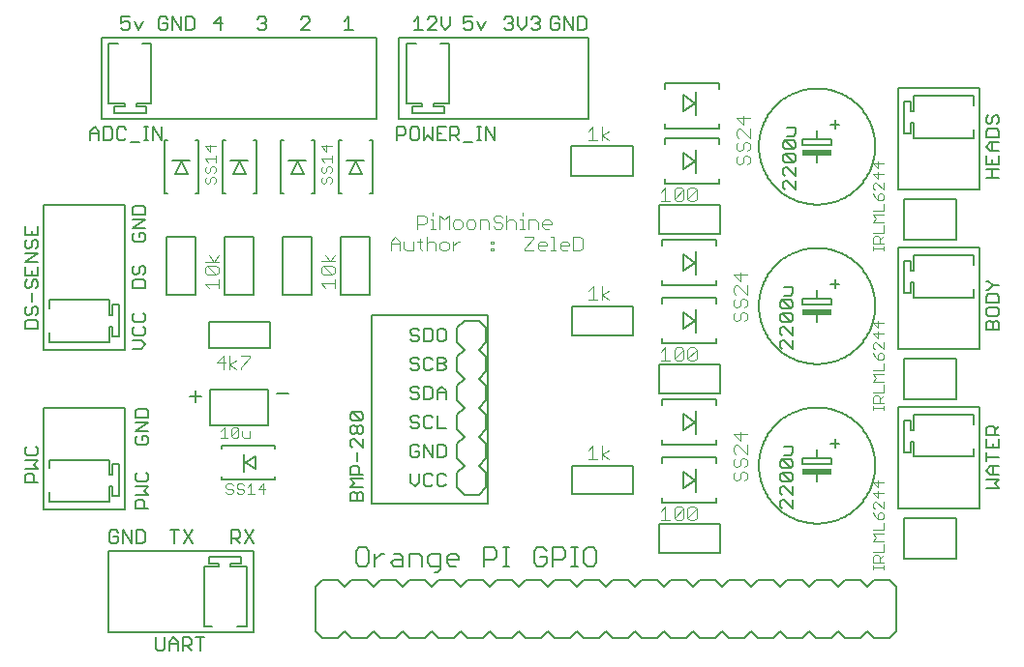
<source format=gto>
G04 EAGLE Gerber RS-274X export*
G75*
%MOMM*%
%FSLAX34Y34*%
%LPD*%
%INTop Silkscreen*%
%IPPOS*%
%AMOC8*
5,1,8,0,0,1.08239X$1,22.5*%
G01*
%ADD10C,0.076200*%
%ADD11C,0.203200*%
%ADD12C,0.152400*%
%ADD13C,0.127000*%
%ADD14R,2.527300X0.508000*%
%ADD15C,0.101600*%


D10*
X346349Y372491D02*
X346349Y384439D01*
X352323Y384439D01*
X354314Y382448D01*
X354314Y378465D01*
X352323Y376474D01*
X346349Y376474D01*
X358043Y380456D02*
X360034Y380456D01*
X360034Y372491D01*
X358043Y372491D02*
X362026Y372491D01*
X360034Y384439D02*
X360034Y386431D01*
X365839Y384439D02*
X365839Y372491D01*
X369822Y380456D02*
X365839Y384439D01*
X369822Y380456D02*
X373804Y384439D01*
X373804Y372491D01*
X379524Y372491D02*
X383507Y372491D01*
X385498Y374482D01*
X385498Y378465D01*
X383507Y380456D01*
X379524Y380456D01*
X377533Y378465D01*
X377533Y374482D01*
X379524Y372491D01*
X391218Y372491D02*
X395201Y372491D01*
X397192Y374482D01*
X397192Y378465D01*
X395201Y380456D01*
X391218Y380456D01*
X389227Y378465D01*
X389227Y374482D01*
X391218Y372491D01*
X400921Y372491D02*
X400921Y380456D01*
X406895Y380456D01*
X408886Y378465D01*
X408886Y372491D01*
X420580Y382448D02*
X418589Y384439D01*
X414606Y384439D01*
X412615Y382448D01*
X412615Y380456D01*
X414606Y378465D01*
X418589Y378465D01*
X420580Y376474D01*
X420580Y374482D01*
X418589Y372491D01*
X414606Y372491D01*
X412615Y374482D01*
X424309Y372491D02*
X424309Y384439D01*
X426300Y380456D02*
X424309Y378465D01*
X426300Y380456D02*
X430283Y380456D01*
X432274Y378465D01*
X432274Y372491D01*
X436003Y380456D02*
X437994Y380456D01*
X437994Y372491D01*
X436003Y372491D02*
X439985Y372491D01*
X437994Y384439D02*
X437994Y386431D01*
X443799Y380456D02*
X443799Y372491D01*
X443799Y380456D02*
X449773Y380456D01*
X451764Y378465D01*
X451764Y372491D01*
X457484Y372491D02*
X461467Y372491D01*
X457484Y372491D02*
X455493Y374482D01*
X455493Y378465D01*
X457484Y380456D01*
X461467Y380456D01*
X463458Y378465D01*
X463458Y376474D01*
X455493Y376474D01*
X322961Y361406D02*
X322961Y353441D01*
X322961Y361406D02*
X326944Y365389D01*
X330926Y361406D01*
X330926Y353441D01*
X330926Y359415D02*
X322961Y359415D01*
X334655Y361406D02*
X334655Y355432D01*
X336646Y353441D01*
X342620Y353441D01*
X342620Y361406D01*
X348340Y363398D02*
X348340Y355432D01*
X350332Y353441D01*
X350332Y361406D02*
X346349Y361406D01*
X354145Y365389D02*
X354145Y353441D01*
X354145Y359415D02*
X356136Y361406D01*
X360119Y361406D01*
X362110Y359415D01*
X362110Y353441D01*
X367830Y353441D02*
X371813Y353441D01*
X373804Y355432D01*
X373804Y359415D01*
X371813Y361406D01*
X367830Y361406D01*
X365839Y359415D01*
X365839Y355432D01*
X367830Y353441D01*
X377533Y353441D02*
X377533Y361406D01*
X377533Y357424D02*
X381516Y361406D01*
X383507Y361406D01*
X410666Y361406D02*
X412657Y361406D01*
X412657Y359415D01*
X410666Y359415D01*
X410666Y361406D01*
X410666Y355432D02*
X412657Y355432D01*
X412657Y353441D01*
X410666Y353441D01*
X410666Y355432D01*
X439901Y365389D02*
X447866Y365389D01*
X447866Y363398D01*
X439901Y355432D01*
X439901Y353441D01*
X447866Y353441D01*
X453586Y353441D02*
X457569Y353441D01*
X453586Y353441D02*
X451595Y355432D01*
X451595Y359415D01*
X453586Y361406D01*
X457569Y361406D01*
X459560Y359415D01*
X459560Y357424D01*
X451595Y357424D01*
X463289Y365389D02*
X465280Y365389D01*
X465280Y353441D01*
X463289Y353441D02*
X467271Y353441D01*
X473076Y353441D02*
X477059Y353441D01*
X473076Y353441D02*
X471085Y355432D01*
X471085Y359415D01*
X473076Y361406D01*
X477059Y361406D01*
X479050Y359415D01*
X479050Y357424D01*
X471085Y357424D01*
X482779Y353441D02*
X482779Y365389D01*
X482779Y353441D02*
X488753Y353441D01*
X490744Y355432D01*
X490744Y363398D01*
X488753Y365389D01*
X482779Y365389D01*
D11*
X217297Y291084D02*
X217297Y267716D01*
X217297Y291084D02*
X163830Y291084D01*
X163830Y267716D01*
X217297Y267716D01*
X534543Y419100D02*
X534543Y444627D01*
X481076Y444627D01*
X481076Y419100D01*
X534543Y419100D01*
X534670Y304800D02*
X534670Y279400D01*
X534670Y304800D02*
X481203Y304800D01*
X481203Y279400D01*
X534670Y279400D01*
X534924Y164973D02*
X534924Y139954D01*
X534924Y164973D02*
X481457Y164973D01*
X481457Y139954D01*
X534924Y139954D01*
X610997Y368300D02*
X610997Y393700D01*
X557530Y393700D01*
X557530Y368300D01*
X610997Y368300D01*
X610997Y253873D02*
X610997Y228600D01*
X610997Y253873D02*
X557530Y253873D01*
X557530Y228600D01*
X610997Y228600D01*
X610997Y114046D02*
X611124Y88773D01*
X610997Y114046D02*
X557530Y114046D01*
X557657Y88773D01*
X611124Y88773D01*
X165100Y200533D02*
X165100Y231394D01*
X215900Y231394D01*
X215900Y200533D01*
X165100Y200533D01*
X174752Y152781D02*
X221615Y152781D01*
X221615Y182626D02*
X174752Y182626D01*
X195199Y167894D02*
X204343Y162306D01*
X204343Y172974D01*
X195326Y167513D01*
X195199Y167513D01*
D12*
X90170Y266700D02*
X90170Y392938D01*
X90170Y266700D02*
X19050Y266700D01*
X19050Y392938D01*
X90170Y392938D01*
D13*
X76708Y273177D02*
X24130Y273177D01*
X76708Y273177D02*
X76708Y286893D01*
X79375Y286893D01*
X79375Y278130D01*
X85090Y278130D01*
X85090Y306070D01*
X79375Y306070D01*
X79375Y297180D01*
X76835Y297180D01*
X76835Y310007D01*
X24130Y310007D01*
X24130Y302895D01*
X24130Y281305D02*
X24130Y273177D01*
D12*
X76327Y90170D02*
X203200Y90170D01*
X203200Y19050D01*
X76327Y19050D01*
X76327Y90170D01*
D13*
X196723Y76708D02*
X196723Y24130D01*
X196723Y76708D02*
X183007Y76708D01*
X183007Y79375D01*
X191770Y79375D01*
X191770Y85090D01*
X163830Y85090D01*
X163830Y79375D01*
X172720Y79375D01*
X172720Y76835D01*
X159893Y76835D01*
X159893Y24130D01*
X167005Y24130D01*
X188595Y24130D02*
X196723Y24130D01*
D12*
X310642Y468503D02*
X69850Y468503D01*
X69850Y539623D01*
X310642Y539623D01*
X310642Y468503D01*
D13*
X76327Y481965D02*
X76327Y534543D01*
X76327Y481965D02*
X90043Y481965D01*
X90043Y479298D01*
X81280Y479298D01*
X81280Y473583D01*
X109220Y473583D01*
X109220Y479298D01*
X100330Y479298D01*
X100330Y481838D01*
X113157Y481838D01*
X113157Y534543D01*
X106045Y534543D01*
X84455Y534543D02*
X76327Y534543D01*
D12*
X330327Y468757D02*
X495554Y468757D01*
X330327Y468757D02*
X330327Y539877D01*
X495554Y539877D01*
X495554Y468757D01*
D13*
X336804Y482219D02*
X336804Y534797D01*
X336804Y482219D02*
X350520Y482219D01*
X350520Y479552D01*
X341757Y479552D01*
X341757Y473837D01*
X369697Y473837D01*
X369697Y479552D01*
X360807Y479552D01*
X360807Y482092D01*
X373634Y482092D01*
X373634Y534797D01*
X366522Y534797D01*
X344932Y534797D02*
X336804Y534797D01*
D12*
X767207Y495427D02*
X767207Y406527D01*
X767207Y495427D02*
X838327Y495427D01*
X838327Y406527D01*
X767207Y406527D01*
D13*
X780669Y488950D02*
X833247Y488950D01*
X780669Y488950D02*
X780669Y475234D01*
X778002Y475234D01*
X778002Y483997D01*
X772287Y483997D01*
X772287Y456057D01*
X778002Y456057D01*
X778002Y464947D01*
X780542Y464947D01*
X780542Y452120D01*
X833247Y452120D01*
X833247Y459232D01*
X833247Y480822D02*
X833247Y488950D01*
D12*
X766953Y355727D02*
X766953Y266827D01*
X766953Y355727D02*
X838073Y355727D01*
X838073Y266827D01*
X766953Y266827D01*
D13*
X780415Y349250D02*
X832993Y349250D01*
X780415Y349250D02*
X780415Y335534D01*
X777748Y335534D01*
X777748Y344297D01*
X772033Y344297D01*
X772033Y316357D01*
X777748Y316357D01*
X777748Y325247D01*
X780288Y325247D01*
X780288Y312420D01*
X832993Y312420D01*
X832993Y319532D01*
X832993Y341122D02*
X832993Y349250D01*
D12*
X767207Y216154D02*
X767207Y127254D01*
X767207Y216154D02*
X838327Y216154D01*
X838327Y127254D01*
X767207Y127254D01*
D13*
X780669Y209677D02*
X833247Y209677D01*
X780669Y209677D02*
X780669Y195961D01*
X778002Y195961D01*
X778002Y204724D01*
X772287Y204724D01*
X772287Y176784D01*
X778002Y176784D01*
X778002Y185674D01*
X780542Y185674D01*
X780542Y172847D01*
X833247Y172847D01*
X833247Y179959D01*
X833247Y201549D02*
X833247Y209677D01*
D12*
X90551Y215773D02*
X90551Y126873D01*
X19431Y126873D01*
X19431Y215773D01*
X90551Y215773D01*
D13*
X77089Y133350D02*
X24511Y133350D01*
X77089Y133350D02*
X77089Y147066D01*
X79756Y147066D01*
X79756Y138303D01*
X85471Y138303D01*
X85471Y166243D01*
X79756Y166243D01*
X79756Y157353D01*
X77216Y157353D01*
X77216Y170180D01*
X24511Y170180D01*
X24511Y163068D01*
X24511Y141478D02*
X24511Y133350D01*
X387350Y139700D02*
X400050Y139700D01*
X406400Y146050D01*
X406400Y158750D01*
X400050Y165100D01*
X406400Y171450D01*
X406400Y184150D01*
X400050Y190500D01*
X406400Y196850D01*
X406400Y209550D01*
X400050Y215900D01*
X406400Y222250D01*
X406400Y234950D01*
X400050Y241300D01*
X406400Y247650D01*
X406400Y260350D01*
X400050Y266700D01*
X406400Y273050D01*
X406400Y285750D01*
X400050Y292100D01*
X387350Y292100D01*
X381000Y285750D01*
X381000Y273050D01*
X387350Y266700D01*
X381000Y260350D01*
X381000Y247650D01*
X387350Y241300D01*
X381000Y234950D01*
X381000Y222250D01*
X387350Y215900D01*
X381000Y209550D01*
X381000Y196850D01*
X387350Y190500D01*
X381000Y184150D01*
X381000Y171450D01*
X387350Y165100D01*
X381000Y158750D01*
X407543Y131572D02*
X306070Y131572D01*
X407543Y131572D02*
X407543Y297180D01*
X306070Y297180D01*
X306070Y131572D01*
X257048Y58928D02*
X257048Y20320D01*
X257048Y58928D02*
X263144Y65024D01*
X276352Y65024D01*
X282448Y58928D01*
X288544Y65024D01*
X301752Y65024D01*
X307848Y58928D01*
X313944Y65024D01*
X327152Y65024D01*
X333248Y58928D01*
X339344Y65024D01*
X352552Y65024D01*
X358648Y58928D01*
X364744Y65024D01*
X377952Y65024D01*
X384048Y58928D01*
X390144Y65024D01*
X403352Y65024D01*
X409448Y58928D01*
X415544Y65024D01*
X428752Y65024D01*
X434848Y58928D01*
X440944Y65024D01*
X454152Y65024D01*
X460248Y58928D01*
X466344Y65024D01*
X479552Y65024D01*
X485648Y58928D01*
X491744Y65024D01*
X504952Y65024D01*
X511048Y58928D01*
X517144Y65024D01*
X530352Y65024D01*
X536448Y58928D01*
X542544Y65024D01*
X555752Y65024D01*
X561848Y58928D01*
X567944Y65024D01*
X581152Y65024D01*
X587248Y58928D01*
X593344Y65024D01*
X606552Y65024D01*
X612648Y58928D01*
X618744Y65024D01*
X631952Y65024D01*
X638048Y58928D01*
X644144Y65024D01*
X657352Y65024D01*
X663448Y58928D01*
X669544Y65024D01*
X682752Y65024D01*
X688848Y58928D01*
X694944Y65024D01*
X708152Y65024D01*
X714248Y58928D01*
X720344Y65024D01*
X733552Y65024D01*
X739648Y58928D01*
X745744Y65024D01*
X758952Y65024D01*
X765048Y58928D01*
X765048Y20320D01*
X758952Y14224D01*
X745744Y14224D01*
X739648Y20320D01*
X733552Y14224D01*
X720344Y14224D01*
X714248Y20320D01*
X708152Y14224D01*
X694944Y14224D01*
X688848Y20320D01*
X682752Y14224D01*
X669544Y14224D01*
X663448Y20320D01*
X657352Y14224D01*
X644144Y14224D01*
X638048Y20320D01*
X631952Y14224D01*
X618744Y14224D01*
X612648Y20320D01*
X606552Y14224D01*
X593344Y14224D01*
X587248Y20320D01*
X581152Y14224D01*
X567944Y14224D01*
X561848Y20320D01*
X555752Y14224D01*
X542544Y14224D01*
X536448Y20320D01*
X530352Y14224D01*
X517144Y14224D01*
X511048Y20320D01*
X504952Y14224D01*
X491744Y14224D01*
X485648Y20320D01*
X479552Y14224D01*
X466344Y14224D01*
X460248Y20320D01*
X454152Y14224D01*
X440944Y14224D01*
X434848Y20320D01*
X428752Y14224D01*
X415544Y14224D01*
X409448Y20320D01*
X403352Y14224D01*
X390144Y14224D01*
X384048Y20320D01*
X377952Y14224D01*
X364744Y14224D01*
X358648Y20320D01*
X352552Y14224D01*
X339344Y14224D01*
X333248Y20320D01*
X327152Y14224D01*
X313944Y14224D01*
X307848Y20320D01*
X301752Y14224D01*
X288544Y14224D01*
X282448Y20320D01*
X276352Y14224D01*
X263144Y14224D01*
X257048Y20320D01*
X381000Y146050D02*
X387350Y139700D01*
X381000Y146050D02*
X381000Y158750D01*
X299085Y134112D02*
X287645Y134112D01*
X287645Y139832D01*
X289552Y141739D01*
X291459Y141739D01*
X293365Y139832D01*
X295272Y141739D01*
X297178Y141739D01*
X299085Y139832D01*
X299085Y134112D01*
X293365Y134112D02*
X293365Y139832D01*
X299085Y145806D02*
X287645Y145806D01*
X291459Y149619D01*
X287645Y153432D01*
X299085Y153432D01*
X299085Y157500D02*
X287645Y157500D01*
X287645Y163220D01*
X289552Y165126D01*
X293365Y165126D01*
X295272Y163220D01*
X295272Y157500D01*
X293365Y169194D02*
X293365Y176820D01*
X299085Y180888D02*
X299085Y188514D01*
X299085Y180888D02*
X291459Y188514D01*
X289552Y188514D01*
X287645Y186608D01*
X287645Y182795D01*
X289552Y180888D01*
X289552Y192582D02*
X287645Y194488D01*
X287645Y198302D01*
X289552Y200208D01*
X291459Y200208D01*
X293365Y198302D01*
X295272Y200208D01*
X297178Y200208D01*
X299085Y198302D01*
X299085Y194488D01*
X297178Y192582D01*
X295272Y192582D01*
X293365Y194488D01*
X291459Y192582D01*
X289552Y192582D01*
X293365Y194488D02*
X293365Y198302D01*
X297178Y204276D02*
X289552Y204276D01*
X287645Y206182D01*
X287645Y209996D01*
X289552Y211902D01*
X297178Y211902D01*
X299085Y209996D01*
X299085Y206182D01*
X297178Y204276D01*
X289552Y211902D01*
X345826Y234452D02*
X347733Y232545D01*
X345826Y234452D02*
X342013Y234452D01*
X340106Y232545D01*
X340106Y230639D01*
X342013Y228732D01*
X345826Y228732D01*
X347733Y226825D01*
X347733Y224919D01*
X345826Y223012D01*
X342013Y223012D01*
X340106Y224919D01*
X351800Y223012D02*
X351800Y234452D01*
X351800Y223012D02*
X357520Y223012D01*
X359426Y224919D01*
X359426Y232545D01*
X357520Y234452D01*
X351800Y234452D01*
X363494Y230639D02*
X363494Y223012D01*
X363494Y230639D02*
X367307Y234452D01*
X371120Y230639D01*
X371120Y223012D01*
X371120Y228732D02*
X363494Y228732D01*
X347860Y283218D02*
X345953Y285125D01*
X342140Y285125D01*
X340233Y283218D01*
X340233Y281312D01*
X342140Y279405D01*
X345953Y279405D01*
X347860Y277498D01*
X347860Y275592D01*
X345953Y273685D01*
X342140Y273685D01*
X340233Y275592D01*
X351927Y273685D02*
X351927Y285125D01*
X351927Y273685D02*
X357647Y273685D01*
X359553Y275592D01*
X359553Y283218D01*
X357647Y285125D01*
X351927Y285125D01*
X365528Y285125D02*
X369341Y285125D01*
X365528Y285125D02*
X363621Y283218D01*
X363621Y275592D01*
X365528Y273685D01*
X369341Y273685D01*
X371247Y275592D01*
X371247Y283218D01*
X369341Y285125D01*
X345826Y259852D02*
X347733Y257945D01*
X345826Y259852D02*
X342013Y259852D01*
X340106Y257945D01*
X340106Y256039D01*
X342013Y254132D01*
X345826Y254132D01*
X347733Y252225D01*
X347733Y250319D01*
X345826Y248412D01*
X342013Y248412D01*
X340106Y250319D01*
X357520Y259852D02*
X359426Y257945D01*
X357520Y259852D02*
X353707Y259852D01*
X351800Y257945D01*
X351800Y250319D01*
X353707Y248412D01*
X357520Y248412D01*
X359426Y250319D01*
X363494Y248412D02*
X363494Y259852D01*
X369214Y259852D01*
X371120Y257945D01*
X371120Y256039D01*
X369214Y254132D01*
X371120Y252225D01*
X371120Y250319D01*
X369214Y248412D01*
X363494Y248412D01*
X363494Y254132D02*
X369214Y254132D01*
X345953Y208925D02*
X347860Y207018D01*
X345953Y208925D02*
X342140Y208925D01*
X340233Y207018D01*
X340233Y205112D01*
X342140Y203205D01*
X345953Y203205D01*
X347860Y201298D01*
X347860Y199392D01*
X345953Y197485D01*
X342140Y197485D01*
X340233Y199392D01*
X357647Y208925D02*
X359553Y207018D01*
X357647Y208925D02*
X353834Y208925D01*
X351927Y207018D01*
X351927Y199392D01*
X353834Y197485D01*
X357647Y197485D01*
X359553Y199392D01*
X363621Y197485D02*
X363621Y208925D01*
X363621Y197485D02*
X371247Y197485D01*
X347860Y181618D02*
X345953Y183525D01*
X342140Y183525D01*
X340233Y181618D01*
X340233Y173992D01*
X342140Y172085D01*
X345953Y172085D01*
X347860Y173992D01*
X347860Y177805D01*
X344046Y177805D01*
X351927Y172085D02*
X351927Y183525D01*
X359553Y172085D01*
X359553Y183525D01*
X363621Y183525D02*
X363621Y172085D01*
X369341Y172085D01*
X371247Y173992D01*
X371247Y181618D01*
X369341Y183525D01*
X363621Y183525D01*
X340233Y157998D02*
X340233Y150371D01*
X344046Y146558D01*
X347860Y150371D01*
X347860Y157998D01*
X357647Y157998D02*
X359553Y156091D01*
X357647Y157998D02*
X353834Y157998D01*
X351927Y156091D01*
X351927Y148465D01*
X353834Y146558D01*
X357647Y146558D01*
X359553Y148465D01*
X369341Y157998D02*
X371247Y156091D01*
X369341Y157998D02*
X365528Y157998D01*
X363621Y156091D01*
X363621Y148465D01*
X365528Y146558D01*
X369341Y146558D01*
X371247Y148465D01*
X645108Y444500D02*
X645123Y445748D01*
X645169Y446995D01*
X645246Y448241D01*
X645353Y449484D01*
X645490Y450725D01*
X645658Y451962D01*
X645857Y453194D01*
X646085Y454421D01*
X646344Y455642D01*
X646632Y456856D01*
X646950Y458063D01*
X647298Y459262D01*
X647675Y460451D01*
X648081Y461632D01*
X648515Y462801D01*
X648979Y463960D01*
X649471Y465107D01*
X649990Y466242D01*
X650538Y467364D01*
X651113Y468471D01*
X651714Y469565D01*
X652343Y470643D01*
X652998Y471706D01*
X653678Y472752D01*
X654384Y473781D01*
X655115Y474793D01*
X655871Y475786D01*
X656651Y476760D01*
X657454Y477715D01*
X658281Y478650D01*
X659131Y479565D01*
X660002Y480458D01*
X660895Y481329D01*
X661810Y482179D01*
X662745Y483006D01*
X663700Y483809D01*
X664674Y484589D01*
X665667Y485345D01*
X666679Y486076D01*
X667708Y486782D01*
X668754Y487462D01*
X669817Y488117D01*
X670895Y488746D01*
X671989Y489347D01*
X673096Y489922D01*
X674218Y490470D01*
X675353Y490989D01*
X676500Y491481D01*
X677659Y491945D01*
X678828Y492379D01*
X680009Y492785D01*
X681198Y493162D01*
X682397Y493510D01*
X683604Y493828D01*
X684818Y494116D01*
X686039Y494375D01*
X687266Y494603D01*
X688498Y494802D01*
X689735Y494970D01*
X690976Y495107D01*
X692219Y495214D01*
X693465Y495291D01*
X694712Y495337D01*
X695960Y495352D01*
X697208Y495337D01*
X698455Y495291D01*
X699701Y495214D01*
X700944Y495107D01*
X702185Y494970D01*
X703422Y494802D01*
X704654Y494603D01*
X705881Y494375D01*
X707102Y494116D01*
X708316Y493828D01*
X709523Y493510D01*
X710722Y493162D01*
X711911Y492785D01*
X713092Y492379D01*
X714261Y491945D01*
X715420Y491481D01*
X716567Y490989D01*
X717702Y490470D01*
X718824Y489922D01*
X719931Y489347D01*
X721025Y488746D01*
X722103Y488117D01*
X723166Y487462D01*
X724212Y486782D01*
X725241Y486076D01*
X726253Y485345D01*
X727246Y484589D01*
X728220Y483809D01*
X729175Y483006D01*
X730110Y482179D01*
X731025Y481329D01*
X731918Y480458D01*
X732789Y479565D01*
X733639Y478650D01*
X734466Y477715D01*
X735269Y476760D01*
X736049Y475786D01*
X736805Y474793D01*
X737536Y473781D01*
X738242Y472752D01*
X738922Y471706D01*
X739577Y470643D01*
X740206Y469565D01*
X740807Y468471D01*
X741382Y467364D01*
X741930Y466242D01*
X742449Y465107D01*
X742941Y463960D01*
X743405Y462801D01*
X743839Y461632D01*
X744245Y460451D01*
X744622Y459262D01*
X744970Y458063D01*
X745288Y456856D01*
X745576Y455642D01*
X745835Y454421D01*
X746063Y453194D01*
X746262Y451962D01*
X746430Y450725D01*
X746567Y449484D01*
X746674Y448241D01*
X746751Y446995D01*
X746797Y445748D01*
X746812Y444500D01*
X746797Y443252D01*
X746751Y442005D01*
X746674Y440759D01*
X746567Y439516D01*
X746430Y438275D01*
X746262Y437038D01*
X746063Y435806D01*
X745835Y434579D01*
X745576Y433358D01*
X745288Y432144D01*
X744970Y430937D01*
X744622Y429738D01*
X744245Y428549D01*
X743839Y427368D01*
X743405Y426199D01*
X742941Y425040D01*
X742449Y423893D01*
X741930Y422758D01*
X741382Y421636D01*
X740807Y420529D01*
X740206Y419435D01*
X739577Y418357D01*
X738922Y417294D01*
X738242Y416248D01*
X737536Y415219D01*
X736805Y414207D01*
X736049Y413214D01*
X735269Y412240D01*
X734466Y411285D01*
X733639Y410350D01*
X732789Y409435D01*
X731918Y408542D01*
X731025Y407671D01*
X730110Y406821D01*
X729175Y405994D01*
X728220Y405191D01*
X727246Y404411D01*
X726253Y403655D01*
X725241Y402924D01*
X724212Y402218D01*
X723166Y401538D01*
X722103Y400883D01*
X721025Y400254D01*
X719931Y399653D01*
X718824Y399078D01*
X717702Y398530D01*
X716567Y398011D01*
X715420Y397519D01*
X714261Y397055D01*
X713092Y396621D01*
X711911Y396215D01*
X710722Y395838D01*
X709523Y395490D01*
X708316Y395172D01*
X707102Y394884D01*
X705881Y394625D01*
X704654Y394397D01*
X703422Y394198D01*
X702185Y394030D01*
X700944Y393893D01*
X699701Y393786D01*
X698455Y393709D01*
X697208Y393663D01*
X695960Y393648D01*
X694712Y393663D01*
X693465Y393709D01*
X692219Y393786D01*
X690976Y393893D01*
X689735Y394030D01*
X688498Y394198D01*
X687266Y394397D01*
X686039Y394625D01*
X684818Y394884D01*
X683604Y395172D01*
X682397Y395490D01*
X681198Y395838D01*
X680009Y396215D01*
X678828Y396621D01*
X677659Y397055D01*
X676500Y397519D01*
X675353Y398011D01*
X674218Y398530D01*
X673096Y399078D01*
X671989Y399653D01*
X670895Y400254D01*
X669817Y400883D01*
X668754Y401538D01*
X667708Y402218D01*
X666679Y402924D01*
X665667Y403655D01*
X664674Y404411D01*
X663700Y405191D01*
X662745Y405994D01*
X661810Y406821D01*
X660895Y407671D01*
X660002Y408542D01*
X659131Y409435D01*
X658281Y410350D01*
X657454Y411285D01*
X656651Y412240D01*
X655871Y413214D01*
X655115Y414207D01*
X654384Y415219D01*
X653678Y416248D01*
X652998Y417294D01*
X652343Y418357D01*
X651714Y419435D01*
X651113Y420529D01*
X650538Y421636D01*
X649990Y422758D01*
X649471Y423893D01*
X648979Y425040D01*
X648515Y426199D01*
X648081Y427368D01*
X647675Y428549D01*
X647298Y429738D01*
X646950Y430937D01*
X646632Y432144D01*
X646344Y433358D01*
X646085Y434579D01*
X645857Y435806D01*
X645658Y437038D01*
X645490Y438275D01*
X645353Y439516D01*
X645246Y440759D01*
X645169Y442005D01*
X645123Y443252D01*
X645108Y444500D01*
X695960Y450850D02*
X695960Y458470D01*
X695960Y450850D02*
X683260Y450850D01*
X683260Y445770D01*
X708660Y445770D01*
X708660Y450850D01*
X695960Y450850D01*
D14*
X696024Y439420D03*
D13*
X695960Y438150D02*
X695960Y430530D01*
X708025Y463936D02*
X715652Y463936D01*
X711838Y467749D02*
X711838Y460123D01*
X645108Y304800D02*
X645123Y306048D01*
X645169Y307295D01*
X645246Y308541D01*
X645353Y309784D01*
X645490Y311025D01*
X645658Y312262D01*
X645857Y313494D01*
X646085Y314721D01*
X646344Y315942D01*
X646632Y317156D01*
X646950Y318363D01*
X647298Y319562D01*
X647675Y320751D01*
X648081Y321932D01*
X648515Y323101D01*
X648979Y324260D01*
X649471Y325407D01*
X649990Y326542D01*
X650538Y327664D01*
X651113Y328771D01*
X651714Y329865D01*
X652343Y330943D01*
X652998Y332006D01*
X653678Y333052D01*
X654384Y334081D01*
X655115Y335093D01*
X655871Y336086D01*
X656651Y337060D01*
X657454Y338015D01*
X658281Y338950D01*
X659131Y339865D01*
X660002Y340758D01*
X660895Y341629D01*
X661810Y342479D01*
X662745Y343306D01*
X663700Y344109D01*
X664674Y344889D01*
X665667Y345645D01*
X666679Y346376D01*
X667708Y347082D01*
X668754Y347762D01*
X669817Y348417D01*
X670895Y349046D01*
X671989Y349647D01*
X673096Y350222D01*
X674218Y350770D01*
X675353Y351289D01*
X676500Y351781D01*
X677659Y352245D01*
X678828Y352679D01*
X680009Y353085D01*
X681198Y353462D01*
X682397Y353810D01*
X683604Y354128D01*
X684818Y354416D01*
X686039Y354675D01*
X687266Y354903D01*
X688498Y355102D01*
X689735Y355270D01*
X690976Y355407D01*
X692219Y355514D01*
X693465Y355591D01*
X694712Y355637D01*
X695960Y355652D01*
X697208Y355637D01*
X698455Y355591D01*
X699701Y355514D01*
X700944Y355407D01*
X702185Y355270D01*
X703422Y355102D01*
X704654Y354903D01*
X705881Y354675D01*
X707102Y354416D01*
X708316Y354128D01*
X709523Y353810D01*
X710722Y353462D01*
X711911Y353085D01*
X713092Y352679D01*
X714261Y352245D01*
X715420Y351781D01*
X716567Y351289D01*
X717702Y350770D01*
X718824Y350222D01*
X719931Y349647D01*
X721025Y349046D01*
X722103Y348417D01*
X723166Y347762D01*
X724212Y347082D01*
X725241Y346376D01*
X726253Y345645D01*
X727246Y344889D01*
X728220Y344109D01*
X729175Y343306D01*
X730110Y342479D01*
X731025Y341629D01*
X731918Y340758D01*
X732789Y339865D01*
X733639Y338950D01*
X734466Y338015D01*
X735269Y337060D01*
X736049Y336086D01*
X736805Y335093D01*
X737536Y334081D01*
X738242Y333052D01*
X738922Y332006D01*
X739577Y330943D01*
X740206Y329865D01*
X740807Y328771D01*
X741382Y327664D01*
X741930Y326542D01*
X742449Y325407D01*
X742941Y324260D01*
X743405Y323101D01*
X743839Y321932D01*
X744245Y320751D01*
X744622Y319562D01*
X744970Y318363D01*
X745288Y317156D01*
X745576Y315942D01*
X745835Y314721D01*
X746063Y313494D01*
X746262Y312262D01*
X746430Y311025D01*
X746567Y309784D01*
X746674Y308541D01*
X746751Y307295D01*
X746797Y306048D01*
X746812Y304800D01*
X746797Y303552D01*
X746751Y302305D01*
X746674Y301059D01*
X746567Y299816D01*
X746430Y298575D01*
X746262Y297338D01*
X746063Y296106D01*
X745835Y294879D01*
X745576Y293658D01*
X745288Y292444D01*
X744970Y291237D01*
X744622Y290038D01*
X744245Y288849D01*
X743839Y287668D01*
X743405Y286499D01*
X742941Y285340D01*
X742449Y284193D01*
X741930Y283058D01*
X741382Y281936D01*
X740807Y280829D01*
X740206Y279735D01*
X739577Y278657D01*
X738922Y277594D01*
X738242Y276548D01*
X737536Y275519D01*
X736805Y274507D01*
X736049Y273514D01*
X735269Y272540D01*
X734466Y271585D01*
X733639Y270650D01*
X732789Y269735D01*
X731918Y268842D01*
X731025Y267971D01*
X730110Y267121D01*
X729175Y266294D01*
X728220Y265491D01*
X727246Y264711D01*
X726253Y263955D01*
X725241Y263224D01*
X724212Y262518D01*
X723166Y261838D01*
X722103Y261183D01*
X721025Y260554D01*
X719931Y259953D01*
X718824Y259378D01*
X717702Y258830D01*
X716567Y258311D01*
X715420Y257819D01*
X714261Y257355D01*
X713092Y256921D01*
X711911Y256515D01*
X710722Y256138D01*
X709523Y255790D01*
X708316Y255472D01*
X707102Y255184D01*
X705881Y254925D01*
X704654Y254697D01*
X703422Y254498D01*
X702185Y254330D01*
X700944Y254193D01*
X699701Y254086D01*
X698455Y254009D01*
X697208Y253963D01*
X695960Y253948D01*
X694712Y253963D01*
X693465Y254009D01*
X692219Y254086D01*
X690976Y254193D01*
X689735Y254330D01*
X688498Y254498D01*
X687266Y254697D01*
X686039Y254925D01*
X684818Y255184D01*
X683604Y255472D01*
X682397Y255790D01*
X681198Y256138D01*
X680009Y256515D01*
X678828Y256921D01*
X677659Y257355D01*
X676500Y257819D01*
X675353Y258311D01*
X674218Y258830D01*
X673096Y259378D01*
X671989Y259953D01*
X670895Y260554D01*
X669817Y261183D01*
X668754Y261838D01*
X667708Y262518D01*
X666679Y263224D01*
X665667Y263955D01*
X664674Y264711D01*
X663700Y265491D01*
X662745Y266294D01*
X661810Y267121D01*
X660895Y267971D01*
X660002Y268842D01*
X659131Y269735D01*
X658281Y270650D01*
X657454Y271585D01*
X656651Y272540D01*
X655871Y273514D01*
X655115Y274507D01*
X654384Y275519D01*
X653678Y276548D01*
X652998Y277594D01*
X652343Y278657D01*
X651714Y279735D01*
X651113Y280829D01*
X650538Y281936D01*
X649990Y283058D01*
X649471Y284193D01*
X648979Y285340D01*
X648515Y286499D01*
X648081Y287668D01*
X647675Y288849D01*
X647298Y290038D01*
X646950Y291237D01*
X646632Y292444D01*
X646344Y293658D01*
X646085Y294879D01*
X645857Y296106D01*
X645658Y297338D01*
X645490Y298575D01*
X645353Y299816D01*
X645246Y301059D01*
X645169Y302305D01*
X645123Y303552D01*
X645108Y304800D01*
X695960Y311150D02*
X695960Y318770D01*
X695960Y311150D02*
X683260Y311150D01*
X683260Y306070D01*
X708660Y306070D01*
X708660Y311150D01*
X695960Y311150D01*
D14*
X696024Y299720D03*
D13*
X695960Y298450D02*
X695960Y290830D01*
X707898Y324236D02*
X715525Y324236D01*
X711711Y328049D02*
X711711Y320423D01*
X645108Y165100D02*
X645123Y166348D01*
X645169Y167595D01*
X645246Y168841D01*
X645353Y170084D01*
X645490Y171325D01*
X645658Y172562D01*
X645857Y173794D01*
X646085Y175021D01*
X646344Y176242D01*
X646632Y177456D01*
X646950Y178663D01*
X647298Y179862D01*
X647675Y181051D01*
X648081Y182232D01*
X648515Y183401D01*
X648979Y184560D01*
X649471Y185707D01*
X649990Y186842D01*
X650538Y187964D01*
X651113Y189071D01*
X651714Y190165D01*
X652343Y191243D01*
X652998Y192306D01*
X653678Y193352D01*
X654384Y194381D01*
X655115Y195393D01*
X655871Y196386D01*
X656651Y197360D01*
X657454Y198315D01*
X658281Y199250D01*
X659131Y200165D01*
X660002Y201058D01*
X660895Y201929D01*
X661810Y202779D01*
X662745Y203606D01*
X663700Y204409D01*
X664674Y205189D01*
X665667Y205945D01*
X666679Y206676D01*
X667708Y207382D01*
X668754Y208062D01*
X669817Y208717D01*
X670895Y209346D01*
X671989Y209947D01*
X673096Y210522D01*
X674218Y211070D01*
X675353Y211589D01*
X676500Y212081D01*
X677659Y212545D01*
X678828Y212979D01*
X680009Y213385D01*
X681198Y213762D01*
X682397Y214110D01*
X683604Y214428D01*
X684818Y214716D01*
X686039Y214975D01*
X687266Y215203D01*
X688498Y215402D01*
X689735Y215570D01*
X690976Y215707D01*
X692219Y215814D01*
X693465Y215891D01*
X694712Y215937D01*
X695960Y215952D01*
X697208Y215937D01*
X698455Y215891D01*
X699701Y215814D01*
X700944Y215707D01*
X702185Y215570D01*
X703422Y215402D01*
X704654Y215203D01*
X705881Y214975D01*
X707102Y214716D01*
X708316Y214428D01*
X709523Y214110D01*
X710722Y213762D01*
X711911Y213385D01*
X713092Y212979D01*
X714261Y212545D01*
X715420Y212081D01*
X716567Y211589D01*
X717702Y211070D01*
X718824Y210522D01*
X719931Y209947D01*
X721025Y209346D01*
X722103Y208717D01*
X723166Y208062D01*
X724212Y207382D01*
X725241Y206676D01*
X726253Y205945D01*
X727246Y205189D01*
X728220Y204409D01*
X729175Y203606D01*
X730110Y202779D01*
X731025Y201929D01*
X731918Y201058D01*
X732789Y200165D01*
X733639Y199250D01*
X734466Y198315D01*
X735269Y197360D01*
X736049Y196386D01*
X736805Y195393D01*
X737536Y194381D01*
X738242Y193352D01*
X738922Y192306D01*
X739577Y191243D01*
X740206Y190165D01*
X740807Y189071D01*
X741382Y187964D01*
X741930Y186842D01*
X742449Y185707D01*
X742941Y184560D01*
X743405Y183401D01*
X743839Y182232D01*
X744245Y181051D01*
X744622Y179862D01*
X744970Y178663D01*
X745288Y177456D01*
X745576Y176242D01*
X745835Y175021D01*
X746063Y173794D01*
X746262Y172562D01*
X746430Y171325D01*
X746567Y170084D01*
X746674Y168841D01*
X746751Y167595D01*
X746797Y166348D01*
X746812Y165100D01*
X746797Y163852D01*
X746751Y162605D01*
X746674Y161359D01*
X746567Y160116D01*
X746430Y158875D01*
X746262Y157638D01*
X746063Y156406D01*
X745835Y155179D01*
X745576Y153958D01*
X745288Y152744D01*
X744970Y151537D01*
X744622Y150338D01*
X744245Y149149D01*
X743839Y147968D01*
X743405Y146799D01*
X742941Y145640D01*
X742449Y144493D01*
X741930Y143358D01*
X741382Y142236D01*
X740807Y141129D01*
X740206Y140035D01*
X739577Y138957D01*
X738922Y137894D01*
X738242Y136848D01*
X737536Y135819D01*
X736805Y134807D01*
X736049Y133814D01*
X735269Y132840D01*
X734466Y131885D01*
X733639Y130950D01*
X732789Y130035D01*
X731918Y129142D01*
X731025Y128271D01*
X730110Y127421D01*
X729175Y126594D01*
X728220Y125791D01*
X727246Y125011D01*
X726253Y124255D01*
X725241Y123524D01*
X724212Y122818D01*
X723166Y122138D01*
X722103Y121483D01*
X721025Y120854D01*
X719931Y120253D01*
X718824Y119678D01*
X717702Y119130D01*
X716567Y118611D01*
X715420Y118119D01*
X714261Y117655D01*
X713092Y117221D01*
X711911Y116815D01*
X710722Y116438D01*
X709523Y116090D01*
X708316Y115772D01*
X707102Y115484D01*
X705881Y115225D01*
X704654Y114997D01*
X703422Y114798D01*
X702185Y114630D01*
X700944Y114493D01*
X699701Y114386D01*
X698455Y114309D01*
X697208Y114263D01*
X695960Y114248D01*
X694712Y114263D01*
X693465Y114309D01*
X692219Y114386D01*
X690976Y114493D01*
X689735Y114630D01*
X688498Y114798D01*
X687266Y114997D01*
X686039Y115225D01*
X684818Y115484D01*
X683604Y115772D01*
X682397Y116090D01*
X681198Y116438D01*
X680009Y116815D01*
X678828Y117221D01*
X677659Y117655D01*
X676500Y118119D01*
X675353Y118611D01*
X674218Y119130D01*
X673096Y119678D01*
X671989Y120253D01*
X670895Y120854D01*
X669817Y121483D01*
X668754Y122138D01*
X667708Y122818D01*
X666679Y123524D01*
X665667Y124255D01*
X664674Y125011D01*
X663700Y125791D01*
X662745Y126594D01*
X661810Y127421D01*
X660895Y128271D01*
X660002Y129142D01*
X659131Y130035D01*
X658281Y130950D01*
X657454Y131885D01*
X656651Y132840D01*
X655871Y133814D01*
X655115Y134807D01*
X654384Y135819D01*
X653678Y136848D01*
X652998Y137894D01*
X652343Y138957D01*
X651714Y140035D01*
X651113Y141129D01*
X650538Y142236D01*
X649990Y143358D01*
X649471Y144493D01*
X648979Y145640D01*
X648515Y146799D01*
X648081Y147968D01*
X647675Y149149D01*
X647298Y150338D01*
X646950Y151537D01*
X646632Y152744D01*
X646344Y153958D01*
X646085Y155179D01*
X645857Y156406D01*
X645658Y157638D01*
X645490Y158875D01*
X645353Y160116D01*
X645246Y161359D01*
X645169Y162605D01*
X645123Y163852D01*
X645108Y165100D01*
X695960Y171450D02*
X695960Y179070D01*
X695960Y171450D02*
X683260Y171450D01*
X683260Y166370D01*
X708660Y166370D01*
X708660Y171450D01*
X695960Y171450D01*
D14*
X696024Y160020D03*
D13*
X695960Y158750D02*
X695960Y151130D01*
X707898Y184536D02*
X715525Y184536D01*
X711711Y188349D02*
X711711Y180723D01*
X610616Y411988D02*
X562991Y411988D01*
X610616Y411988D02*
X610616Y416560D01*
X562991Y416560D02*
X562991Y411988D01*
X562991Y447040D02*
X562991Y451612D01*
X610489Y451612D01*
X610489Y447040D01*
X579247Y439420D02*
X579247Y424561D01*
X589280Y431800D01*
X579247Y439420D01*
X590296Y441706D02*
X590296Y421513D01*
X610616Y460248D02*
X562991Y460248D01*
X610616Y460248D02*
X610616Y464820D01*
X562991Y464820D02*
X562991Y460248D01*
X562991Y495300D02*
X562991Y499872D01*
X610489Y499872D01*
X610489Y495300D01*
X579247Y490220D02*
X579247Y475361D01*
X589280Y482600D01*
X579247Y490220D01*
X590296Y492506D02*
X590296Y472313D01*
X608076Y323088D02*
X560451Y323088D01*
X608076Y323088D02*
X608076Y327660D01*
X560451Y327660D02*
X560451Y323088D01*
X560451Y358140D02*
X560451Y362712D01*
X607949Y362712D01*
X607949Y358140D01*
X579247Y350520D02*
X579247Y335661D01*
X589280Y342900D01*
X579247Y350520D01*
X590296Y352806D02*
X590296Y332613D01*
X608076Y272288D02*
X560451Y272288D01*
X608076Y272288D02*
X608076Y276860D01*
X560451Y276860D02*
X560451Y272288D01*
X560451Y307340D02*
X560451Y311912D01*
X607949Y311912D01*
X607949Y307340D01*
X579247Y299720D02*
X579247Y284861D01*
X589280Y292100D01*
X579247Y299720D01*
X590296Y302006D02*
X590296Y281813D01*
X608076Y183388D02*
X560451Y183388D01*
X608076Y183388D02*
X608076Y187960D01*
X560451Y187960D02*
X560451Y183388D01*
X560451Y218440D02*
X560451Y223012D01*
X607949Y223012D01*
X607949Y218440D01*
X579247Y210820D02*
X579247Y195961D01*
X589280Y203200D01*
X579247Y210820D01*
X590296Y213106D02*
X590296Y192913D01*
X608076Y132588D02*
X560451Y132588D01*
X608076Y132588D02*
X608076Y137160D01*
X560451Y137160D02*
X560451Y132588D01*
X560451Y167640D02*
X560451Y172212D01*
X607949Y172212D01*
X607949Y167640D01*
X579247Y160020D02*
X579247Y145161D01*
X589280Y152400D01*
X579247Y160020D01*
X590296Y162306D02*
X590296Y142113D01*
X94622Y558175D02*
X86995Y558175D01*
X86995Y552455D01*
X90808Y554362D01*
X92715Y554362D01*
X94622Y552455D01*
X94622Y548642D01*
X92715Y546735D01*
X88902Y546735D01*
X86995Y548642D01*
X98689Y554362D02*
X102502Y546735D01*
X106315Y554362D01*
X386715Y558175D02*
X394342Y558175D01*
X386715Y558175D02*
X386715Y552455D01*
X390528Y554362D01*
X392435Y554362D01*
X394342Y552455D01*
X394342Y548642D01*
X392435Y546735D01*
X388622Y546735D01*
X386715Y548642D01*
X398409Y554362D02*
X402222Y546735D01*
X406035Y554362D01*
X127642Y556268D02*
X125735Y558175D01*
X121922Y558175D01*
X120015Y556268D01*
X120015Y548642D01*
X121922Y546735D01*
X125735Y546735D01*
X127642Y548642D01*
X127642Y552455D01*
X123828Y552455D01*
X131709Y546735D02*
X131709Y558175D01*
X139335Y546735D01*
X139335Y558175D01*
X143403Y558175D02*
X143403Y546735D01*
X149123Y546735D01*
X151029Y548642D01*
X151029Y556268D01*
X149123Y558175D01*
X143403Y558175D01*
X468635Y558175D02*
X470542Y556268D01*
X468635Y558175D02*
X464822Y558175D01*
X462915Y556268D01*
X462915Y548642D01*
X464822Y546735D01*
X468635Y546735D01*
X470542Y548642D01*
X470542Y552455D01*
X466728Y552455D01*
X474609Y546735D02*
X474609Y558175D01*
X482235Y546735D01*
X482235Y558175D01*
X486303Y558175D02*
X486303Y546735D01*
X492023Y546735D01*
X493929Y548642D01*
X493929Y556268D01*
X492023Y558175D01*
X486303Y558175D01*
X424182Y558175D02*
X422275Y556268D01*
X424182Y558175D02*
X427995Y558175D01*
X429902Y556268D01*
X429902Y554362D01*
X427995Y552455D01*
X426088Y552455D01*
X427995Y552455D02*
X429902Y550548D01*
X429902Y548642D01*
X427995Y546735D01*
X424182Y546735D01*
X422275Y548642D01*
X433969Y550548D02*
X433969Y558175D01*
X433969Y550548D02*
X437782Y546735D01*
X441595Y550548D01*
X441595Y558175D01*
X445663Y556268D02*
X447570Y558175D01*
X451383Y558175D01*
X453289Y556268D01*
X453289Y554362D01*
X451383Y552455D01*
X449476Y552455D01*
X451383Y552455D02*
X453289Y550548D01*
X453289Y548642D01*
X451383Y546735D01*
X447570Y546735D01*
X445663Y548642D01*
X347348Y558175D02*
X343535Y554362D01*
X347348Y558175D02*
X347348Y546735D01*
X343535Y546735D02*
X351162Y546735D01*
X355229Y546735D02*
X362855Y546735D01*
X355229Y546735D02*
X362855Y554362D01*
X362855Y556268D01*
X360949Y558175D01*
X357136Y558175D01*
X355229Y556268D01*
X366923Y558175D02*
X366923Y550548D01*
X370736Y546735D01*
X374549Y550548D01*
X374549Y558175D01*
X286388Y558175D02*
X282575Y554362D01*
X286388Y558175D02*
X286388Y546735D01*
X282575Y546735D02*
X290202Y546735D01*
X252102Y546735D02*
X244475Y546735D01*
X252102Y554362D01*
X252102Y556268D01*
X250195Y558175D01*
X246382Y558175D01*
X244475Y556268D01*
X208282Y558175D02*
X206375Y556268D01*
X208282Y558175D02*
X212095Y558175D01*
X214002Y556268D01*
X214002Y554362D01*
X212095Y552455D01*
X210188Y552455D01*
X212095Y552455D02*
X214002Y550548D01*
X214002Y548642D01*
X212095Y546735D01*
X208282Y546735D01*
X206375Y548642D01*
X173995Y546735D02*
X173995Y558175D01*
X168275Y552455D01*
X175902Y552455D01*
X99052Y368942D02*
X97145Y367035D01*
X97145Y363222D01*
X99052Y361315D01*
X106678Y361315D01*
X108585Y363222D01*
X108585Y367035D01*
X106678Y368942D01*
X102865Y368942D01*
X102865Y365128D01*
X108585Y373009D02*
X97145Y373009D01*
X108585Y380635D01*
X97145Y380635D01*
X97145Y384703D02*
X108585Y384703D01*
X108585Y390423D01*
X106678Y392329D01*
X99052Y392329D01*
X97145Y390423D01*
X97145Y384703D01*
X82555Y108595D02*
X84462Y106688D01*
X82555Y108595D02*
X78742Y108595D01*
X76835Y106688D01*
X76835Y99062D01*
X78742Y97155D01*
X82555Y97155D01*
X84462Y99062D01*
X84462Y102875D01*
X80648Y102875D01*
X88529Y97155D02*
X88529Y108595D01*
X96155Y97155D01*
X96155Y108595D01*
X100223Y108595D02*
X100223Y97155D01*
X105943Y97155D01*
X107849Y99062D01*
X107849Y106688D01*
X105943Y108595D01*
X100223Y108595D01*
X133988Y108595D02*
X133988Y97155D01*
X130175Y108595D02*
X137802Y108595D01*
X141869Y108595D02*
X149495Y97155D01*
X141869Y97155D02*
X149495Y108595D01*
X183515Y108595D02*
X183515Y97155D01*
X183515Y108595D02*
X189235Y108595D01*
X191142Y106688D01*
X191142Y102875D01*
X189235Y100968D01*
X183515Y100968D01*
X187328Y100968D02*
X191142Y97155D01*
X202835Y97155D02*
X195209Y108595D01*
X202835Y108595D02*
X195209Y97155D01*
X104772Y267335D02*
X97145Y267335D01*
X104772Y267335D02*
X108585Y271148D01*
X104772Y274962D01*
X97145Y274962D01*
X97145Y284749D02*
X99052Y286655D01*
X97145Y284749D02*
X97145Y280936D01*
X99052Y279029D01*
X106678Y279029D01*
X108585Y280936D01*
X108585Y284749D01*
X106678Y286655D01*
X97145Y296443D02*
X99052Y298349D01*
X97145Y296443D02*
X97145Y292630D01*
X99052Y290723D01*
X106678Y290723D01*
X108585Y292630D01*
X108585Y296443D01*
X106678Y298349D01*
X108585Y320675D02*
X97145Y320675D01*
X108585Y320675D02*
X108585Y326395D01*
X106678Y328302D01*
X99052Y328302D01*
X97145Y326395D01*
X97145Y320675D01*
X97145Y338089D02*
X99052Y339995D01*
X97145Y338089D02*
X97145Y334276D01*
X99052Y332369D01*
X100959Y332369D01*
X102865Y334276D01*
X102865Y338089D01*
X104772Y339995D01*
X106678Y339995D01*
X108585Y338089D01*
X108585Y334276D01*
X106678Y332369D01*
X772160Y398780D02*
X817880Y398780D01*
X817880Y363220D01*
X772160Y363220D01*
X772160Y398780D01*
X772160Y259080D02*
X772160Y223520D01*
X772160Y259080D02*
X817880Y259080D01*
X817880Y223520D01*
X772160Y223520D01*
X772160Y119380D02*
X772160Y83820D01*
X772160Y119380D02*
X817880Y119380D01*
X817880Y83820D01*
X772160Y83820D01*
D15*
X753872Y213868D02*
X753872Y216919D01*
X753872Y215393D02*
X744720Y215393D01*
X744720Y213868D02*
X744720Y216919D01*
X744720Y220105D02*
X753872Y220105D01*
X744720Y220105D02*
X744720Y224681D01*
X746246Y226206D01*
X749296Y226206D01*
X750821Y224681D01*
X750821Y220105D01*
X750821Y223155D02*
X753872Y226206D01*
X753872Y229460D02*
X744720Y229460D01*
X753872Y229460D02*
X753872Y235561D01*
X753872Y238815D02*
X744720Y238815D01*
X747771Y241866D01*
X744720Y244916D01*
X753872Y244916D01*
X753872Y248170D02*
X744720Y248170D01*
X753872Y248170D02*
X753872Y254272D01*
X746246Y260576D02*
X744720Y263627D01*
X746246Y260576D02*
X749296Y257526D01*
X752347Y257526D01*
X753872Y259051D01*
X753872Y262101D01*
X752347Y263627D01*
X750821Y263627D01*
X749296Y262101D01*
X749296Y257526D01*
X753872Y266881D02*
X753872Y272982D01*
X753872Y266881D02*
X747771Y272982D01*
X746246Y272982D01*
X744720Y271457D01*
X744720Y268406D01*
X746246Y266881D01*
X744720Y280812D02*
X753872Y280812D01*
X749296Y276236D02*
X744720Y280812D01*
X749296Y282337D02*
X749296Y276236D01*
X753872Y290167D02*
X744720Y290167D01*
X749296Y285591D01*
X749296Y291692D01*
D13*
X101592Y191142D02*
X99685Y189235D01*
X99685Y185422D01*
X101592Y183515D01*
X109218Y183515D01*
X111125Y185422D01*
X111125Y189235D01*
X109218Y191142D01*
X105405Y191142D01*
X105405Y187328D01*
X111125Y195209D02*
X99685Y195209D01*
X111125Y202835D01*
X99685Y202835D01*
X99685Y206903D02*
X111125Y206903D01*
X111125Y212623D01*
X109218Y214529D01*
X101592Y214529D01*
X99685Y212623D01*
X99685Y206903D01*
X99685Y127635D02*
X111125Y127635D01*
X99685Y127635D02*
X99685Y133355D01*
X101592Y135262D01*
X105405Y135262D01*
X107312Y133355D01*
X107312Y127635D01*
X111125Y139329D02*
X99685Y139329D01*
X107312Y143142D02*
X111125Y139329D01*
X107312Y143142D02*
X111125Y146955D01*
X99685Y146955D01*
X99685Y156743D02*
X101592Y158649D01*
X99685Y156743D02*
X99685Y152930D01*
X101592Y151023D01*
X109218Y151023D01*
X111125Y152930D01*
X111125Y156743D01*
X109218Y158649D01*
D12*
X295574Y93232D02*
X300997Y93232D01*
X295574Y93232D02*
X292862Y90520D01*
X292862Y79674D01*
X295574Y76962D01*
X300997Y76962D01*
X303709Y79674D01*
X303709Y90520D01*
X300997Y93232D01*
X309234Y87809D02*
X309234Y76962D01*
X309234Y82385D02*
X314657Y87809D01*
X317369Y87809D01*
X325588Y87809D02*
X331011Y87809D01*
X333723Y85097D01*
X333723Y76962D01*
X325588Y76962D01*
X322877Y79674D01*
X325588Y82385D01*
X333723Y82385D01*
X339248Y76962D02*
X339248Y87809D01*
X347383Y87809D01*
X350095Y85097D01*
X350095Y76962D01*
X361043Y71539D02*
X363755Y71539D01*
X366466Y74250D01*
X366466Y87809D01*
X358331Y87809D01*
X355620Y85097D01*
X355620Y79674D01*
X358331Y76962D01*
X366466Y76962D01*
X374703Y76962D02*
X380126Y76962D01*
X374703Y76962D02*
X371991Y79674D01*
X371991Y85097D01*
X374703Y87809D01*
X380126Y87809D01*
X382838Y85097D01*
X382838Y82385D01*
X371991Y82385D01*
X404734Y76962D02*
X404734Y93232D01*
X412869Y93232D01*
X415581Y90520D01*
X415581Y85097D01*
X412869Y82385D01*
X404734Y82385D01*
X421106Y76962D02*
X426529Y76962D01*
X423818Y76962D02*
X423818Y93232D01*
X426529Y93232D02*
X421106Y93232D01*
X456527Y93232D02*
X459238Y90520D01*
X456527Y93232D02*
X451103Y93232D01*
X448392Y90520D01*
X448392Y79674D01*
X451103Y76962D01*
X456527Y76962D01*
X459238Y79674D01*
X459238Y85097D01*
X453815Y85097D01*
X464763Y76962D02*
X464763Y93232D01*
X472898Y93232D01*
X475610Y90520D01*
X475610Y85097D01*
X472898Y82385D01*
X464763Y82385D01*
X481135Y76962D02*
X486558Y76962D01*
X483847Y76962D02*
X483847Y93232D01*
X486558Y93232D02*
X481135Y93232D01*
X494761Y93232D02*
X500184Y93232D01*
X494761Y93232D02*
X492049Y90520D01*
X492049Y79674D01*
X494761Y76962D01*
X500184Y76962D01*
X502896Y79674D01*
X502896Y90520D01*
X500184Y93232D01*
D11*
X194818Y159893D02*
X194818Y175133D01*
X221615Y155321D02*
X221615Y152781D01*
X221615Y180086D02*
X221615Y182626D01*
X174752Y155321D02*
X174752Y152781D01*
X174752Y180086D02*
X174752Y182626D01*
X157480Y226060D02*
X147320Y226060D01*
X152400Y231140D02*
X152400Y220980D01*
X223520Y228600D02*
X233680Y228600D01*
D10*
X183563Y149487D02*
X185131Y147919D01*
X183563Y149487D02*
X180428Y149487D01*
X178860Y147919D01*
X178860Y146352D01*
X180428Y144784D01*
X183563Y144784D01*
X185131Y143216D01*
X185131Y141649D01*
X183563Y140081D01*
X180428Y140081D01*
X178860Y141649D01*
X192918Y149487D02*
X194486Y147919D01*
X192918Y149487D02*
X189783Y149487D01*
X188215Y147919D01*
X188215Y146352D01*
X189783Y144784D01*
X192918Y144784D01*
X194486Y143216D01*
X194486Y141649D01*
X192918Y140081D01*
X189783Y140081D01*
X188215Y141649D01*
X197571Y146352D02*
X200706Y149487D01*
X200706Y140081D01*
X197571Y140081D02*
X203841Y140081D01*
X211629Y140081D02*
X211629Y149487D01*
X206926Y144784D01*
X213196Y144784D01*
D11*
X124841Y403225D02*
X124841Y450088D01*
X154686Y450088D02*
X154686Y403225D01*
X134366Y420497D02*
X139954Y432181D01*
X145034Y420497D02*
X134366Y420497D01*
X145034Y420497D02*
X139573Y432054D01*
X147193Y432562D02*
X131953Y432562D01*
X127381Y403225D02*
X124841Y403225D01*
X152146Y403225D02*
X154686Y403225D01*
X127381Y450088D02*
X124841Y450088D01*
X152146Y450088D02*
X154686Y450088D01*
X175641Y450088D02*
X175641Y403225D01*
X205486Y403225D02*
X205486Y450088D01*
X190754Y432181D02*
X185166Y420497D01*
X195834Y420497D01*
X190373Y432054D01*
X197993Y432562D02*
X182753Y432562D01*
X178181Y403225D02*
X175641Y403225D01*
X202946Y403225D02*
X205486Y403225D01*
X178181Y450088D02*
X175641Y450088D01*
X202946Y450088D02*
X205486Y450088D01*
D10*
X161961Y418132D02*
X160393Y416564D01*
X160393Y413429D01*
X161961Y411861D01*
X163528Y411861D01*
X165096Y413429D01*
X165096Y416564D01*
X166664Y418132D01*
X168231Y418132D01*
X169799Y416564D01*
X169799Y413429D01*
X168231Y411861D01*
X160393Y425919D02*
X161961Y427487D01*
X160393Y425919D02*
X160393Y422784D01*
X161961Y421216D01*
X163528Y421216D01*
X165096Y422784D01*
X165096Y425919D01*
X166664Y427487D01*
X168231Y427487D01*
X169799Y425919D01*
X169799Y422784D01*
X168231Y421216D01*
X163528Y430571D02*
X160393Y433707D01*
X169799Y433707D01*
X169799Y436842D02*
X169799Y430571D01*
X169799Y444630D02*
X160393Y444630D01*
X165096Y439927D01*
X165096Y446197D01*
D11*
X226441Y450088D02*
X226441Y403225D01*
X256286Y403225D02*
X256286Y450088D01*
X241554Y432181D02*
X235966Y420497D01*
X246634Y420497D01*
X241173Y432054D01*
X248793Y432562D02*
X233553Y432562D01*
X228981Y403225D02*
X226441Y403225D01*
X253746Y403225D02*
X256286Y403225D01*
X228981Y450088D02*
X226441Y450088D01*
X253746Y450088D02*
X256286Y450088D01*
X277241Y450088D02*
X277241Y403225D01*
X307086Y403225D02*
X307086Y450088D01*
X292354Y432181D02*
X286766Y420497D01*
X297434Y420497D01*
X291973Y432054D01*
X299593Y432562D02*
X284353Y432562D01*
X279781Y403225D02*
X277241Y403225D01*
X304546Y403225D02*
X307086Y403225D01*
X279781Y450088D02*
X277241Y450088D01*
X304546Y450088D02*
X307086Y450088D01*
D10*
X263561Y418132D02*
X261993Y416564D01*
X261993Y413429D01*
X263561Y411861D01*
X265128Y411861D01*
X266696Y413429D01*
X266696Y416564D01*
X268264Y418132D01*
X269831Y418132D01*
X271399Y416564D01*
X271399Y413429D01*
X269831Y411861D01*
X261993Y425919D02*
X263561Y427487D01*
X261993Y425919D02*
X261993Y422784D01*
X263561Y421216D01*
X265128Y421216D01*
X266696Y422784D01*
X266696Y425919D01*
X268264Y427487D01*
X269831Y427487D01*
X271399Y425919D01*
X271399Y422784D01*
X269831Y421216D01*
X265128Y430571D02*
X261993Y433707D01*
X271399Y433707D01*
X271399Y436842D02*
X271399Y430571D01*
X271399Y444630D02*
X261993Y444630D01*
X266696Y439927D01*
X266696Y446197D01*
D11*
X152400Y365760D02*
X127000Y365760D01*
X152400Y365760D02*
X152400Y314960D01*
X127000Y314960D01*
X127000Y365760D01*
X177800Y365760D02*
X203200Y365760D01*
X203200Y314960D01*
X177800Y314960D01*
X177800Y365760D01*
X228600Y365760D02*
X254000Y365760D01*
X254000Y314960D01*
X228600Y314960D01*
X228600Y365760D01*
X279400Y365760D02*
X304800Y365760D01*
X304800Y314960D01*
X279400Y314960D01*
X279400Y365760D01*
D15*
X622798Y157699D02*
X624747Y159648D01*
X622798Y157699D02*
X622798Y153801D01*
X624747Y151852D01*
X626696Y151852D01*
X628645Y153801D01*
X628645Y157699D01*
X630594Y159648D01*
X632543Y159648D01*
X634492Y157699D01*
X634492Y153801D01*
X632543Y151852D01*
X622798Y169393D02*
X624747Y171342D01*
X622798Y169393D02*
X622798Y165495D01*
X624747Y163546D01*
X626696Y163546D01*
X628645Y165495D01*
X628645Y169393D01*
X630594Y171342D01*
X632543Y171342D01*
X634492Y169393D01*
X634492Y165495D01*
X632543Y163546D01*
X634492Y175240D02*
X634492Y183036D01*
X634492Y175240D02*
X626696Y183036D01*
X624747Y183036D01*
X622798Y181087D01*
X622798Y177189D01*
X624747Y175240D01*
X622798Y192781D02*
X634492Y192781D01*
X628645Y186934D02*
X622798Y192781D01*
X628645Y194730D02*
X628645Y186934D01*
X622798Y297399D02*
X624747Y299348D01*
X622798Y297399D02*
X622798Y293501D01*
X624747Y291552D01*
X626696Y291552D01*
X628645Y293501D01*
X628645Y297399D01*
X630594Y299348D01*
X632543Y299348D01*
X634492Y297399D01*
X634492Y293501D01*
X632543Y291552D01*
X622798Y309093D02*
X624747Y311042D01*
X622798Y309093D02*
X622798Y305195D01*
X624747Y303246D01*
X626696Y303246D01*
X628645Y305195D01*
X628645Y309093D01*
X630594Y311042D01*
X632543Y311042D01*
X634492Y309093D01*
X634492Y305195D01*
X632543Y303246D01*
X634492Y314940D02*
X634492Y322736D01*
X634492Y314940D02*
X626696Y322736D01*
X624747Y322736D01*
X622798Y320787D01*
X622798Y316889D01*
X624747Y314940D01*
X622798Y332481D02*
X634492Y332481D01*
X628645Y326634D02*
X622798Y332481D01*
X628645Y334430D02*
X628645Y326634D01*
X625338Y434559D02*
X627287Y436508D01*
X625338Y434559D02*
X625338Y430661D01*
X627287Y428712D01*
X629236Y428712D01*
X631185Y430661D01*
X631185Y434559D01*
X633134Y436508D01*
X635083Y436508D01*
X637032Y434559D01*
X637032Y430661D01*
X635083Y428712D01*
X625338Y446253D02*
X627287Y448202D01*
X625338Y446253D02*
X625338Y442355D01*
X627287Y440406D01*
X629236Y440406D01*
X631185Y442355D01*
X631185Y446253D01*
X633134Y448202D01*
X635083Y448202D01*
X637032Y446253D01*
X637032Y442355D01*
X635083Y440406D01*
X637032Y452100D02*
X637032Y459896D01*
X637032Y452100D02*
X629236Y459896D01*
X627287Y459896D01*
X625338Y457947D01*
X625338Y454049D01*
X627287Y452100D01*
X625338Y469641D02*
X637032Y469641D01*
X631185Y463794D02*
X625338Y469641D01*
X631185Y471590D02*
X631185Y463794D01*
X753872Y77219D02*
X753872Y74168D01*
X753872Y75693D02*
X744720Y75693D01*
X744720Y74168D02*
X744720Y77219D01*
X744720Y80405D02*
X753872Y80405D01*
X744720Y80405D02*
X744720Y84981D01*
X746246Y86506D01*
X749296Y86506D01*
X750821Y84981D01*
X750821Y80405D01*
X750821Y83455D02*
X753872Y86506D01*
X753872Y89760D02*
X744720Y89760D01*
X753872Y89760D02*
X753872Y95861D01*
X753872Y99115D02*
X744720Y99115D01*
X747771Y102166D01*
X744720Y105216D01*
X753872Y105216D01*
X753872Y108470D02*
X744720Y108470D01*
X753872Y108470D02*
X753872Y114572D01*
X746246Y120876D02*
X744720Y123927D01*
X746246Y120876D02*
X749296Y117826D01*
X752347Y117826D01*
X753872Y119351D01*
X753872Y122401D01*
X752347Y123927D01*
X750821Y123927D01*
X749296Y122401D01*
X749296Y117826D01*
X753872Y127181D02*
X753872Y133282D01*
X753872Y127181D02*
X747771Y133282D01*
X746246Y133282D01*
X744720Y131757D01*
X744720Y128706D01*
X746246Y127181D01*
X744720Y141112D02*
X753872Y141112D01*
X749296Y136536D02*
X744720Y141112D01*
X749296Y142637D02*
X749296Y136536D01*
X753872Y150467D02*
X744720Y150467D01*
X749296Y145891D01*
X749296Y151992D01*
X753872Y353568D02*
X753872Y356619D01*
X753872Y355093D02*
X744720Y355093D01*
X744720Y353568D02*
X744720Y356619D01*
X744720Y359805D02*
X753872Y359805D01*
X744720Y359805D02*
X744720Y364381D01*
X746246Y365906D01*
X749296Y365906D01*
X750821Y364381D01*
X750821Y359805D01*
X750821Y362855D02*
X753872Y365906D01*
X753872Y369160D02*
X744720Y369160D01*
X753872Y369160D02*
X753872Y375261D01*
X753872Y378515D02*
X744720Y378515D01*
X747771Y381566D01*
X744720Y384616D01*
X753872Y384616D01*
X753872Y387870D02*
X744720Y387870D01*
X753872Y387870D02*
X753872Y393972D01*
X746246Y400276D02*
X744720Y403327D01*
X746246Y400276D02*
X749296Y397226D01*
X752347Y397226D01*
X753872Y398751D01*
X753872Y401801D01*
X752347Y403327D01*
X750821Y403327D01*
X749296Y401801D01*
X749296Y397226D01*
X753872Y406581D02*
X753872Y412682D01*
X753872Y406581D02*
X747771Y412682D01*
X746246Y412682D01*
X744720Y411157D01*
X744720Y408106D01*
X746246Y406581D01*
X744720Y420512D02*
X753872Y420512D01*
X749296Y415936D02*
X744720Y420512D01*
X749296Y422037D02*
X749296Y415936D01*
X753872Y429867D02*
X744720Y429867D01*
X749296Y425291D01*
X749296Y431392D01*
X266016Y320435D02*
X262118Y324333D01*
X273812Y324333D01*
X273812Y320435D02*
X273812Y328231D01*
X271863Y332129D02*
X264067Y332129D01*
X262118Y334078D01*
X262118Y337976D01*
X264067Y339925D01*
X271863Y339925D01*
X273812Y337976D01*
X273812Y334078D01*
X271863Y332129D01*
X264067Y339925D01*
X262118Y343823D02*
X273812Y343823D01*
X269914Y343823D02*
X273812Y349670D01*
X269914Y343823D02*
X266016Y349670D01*
X164416Y320341D02*
X160518Y324239D01*
X172212Y324239D01*
X172212Y320341D02*
X172212Y328137D01*
X170263Y332035D02*
X162467Y332035D01*
X160518Y333984D01*
X160518Y337882D01*
X162467Y339831D01*
X170263Y339831D01*
X172212Y337882D01*
X172212Y333984D01*
X170263Y332035D01*
X162467Y339831D01*
X160518Y343729D02*
X172212Y343729D01*
X168314Y343729D02*
X172212Y349576D01*
X168314Y343729D02*
X164416Y349576D01*
X176422Y261122D02*
X176422Y249428D01*
X170575Y255275D02*
X176422Y261122D01*
X178371Y255275D02*
X170575Y255275D01*
X182269Y249428D02*
X182269Y261122D01*
X182269Y253326D02*
X188116Y249428D01*
X182269Y253326D02*
X188116Y257224D01*
X192014Y261122D02*
X199810Y261122D01*
X199810Y259173D01*
X192014Y251377D01*
X192014Y249428D01*
D10*
X177381Y198636D02*
X174245Y195501D01*
X177381Y198636D02*
X177381Y189230D01*
X180516Y189230D02*
X174245Y189230D01*
X183601Y190798D02*
X183601Y197068D01*
X185168Y198636D01*
X188304Y198636D01*
X189871Y197068D01*
X189871Y190798D01*
X188304Y189230D01*
X185168Y189230D01*
X183601Y190798D01*
X189871Y197068D01*
X192956Y195501D02*
X192956Y190798D01*
X194523Y189230D01*
X199227Y189230D01*
X199227Y195501D01*
D13*
X843905Y145365D02*
X855345Y145365D01*
X851532Y149178D01*
X855345Y152992D01*
X843905Y152992D01*
X847719Y157059D02*
X855345Y157059D01*
X847719Y157059D02*
X843905Y160872D01*
X847719Y164686D01*
X855345Y164686D01*
X849625Y164686D02*
X849625Y157059D01*
X855345Y172566D02*
X843905Y172566D01*
X843905Y168753D02*
X843905Y176379D01*
X843905Y180447D02*
X843905Y188073D01*
X843905Y180447D02*
X855345Y180447D01*
X855345Y188073D01*
X849625Y184260D02*
X849625Y180447D01*
X855345Y192141D02*
X843905Y192141D01*
X843905Y197861D01*
X845812Y199767D01*
X849625Y199767D01*
X851532Y197861D01*
X851532Y192141D01*
X851532Y195954D02*
X855345Y199767D01*
X855345Y284059D02*
X843905Y284059D01*
X843905Y289779D01*
X845812Y291686D01*
X847719Y291686D01*
X849625Y289779D01*
X851532Y291686D01*
X853438Y291686D01*
X855345Y289779D01*
X855345Y284059D01*
X849625Y284059D02*
X849625Y289779D01*
X843905Y297660D02*
X843905Y301473D01*
X843905Y297660D02*
X845812Y295753D01*
X853438Y295753D01*
X855345Y297660D01*
X855345Y301473D01*
X853438Y303380D01*
X845812Y303380D01*
X843905Y301473D01*
X843905Y307447D02*
X855345Y307447D01*
X855345Y313167D01*
X853438Y315073D01*
X845812Y315073D01*
X843905Y313167D01*
X843905Y307447D01*
X843905Y319141D02*
X845812Y319141D01*
X849625Y322954D01*
X845812Y326767D01*
X843905Y326767D01*
X849625Y322954D02*
X855345Y322954D01*
X855091Y417272D02*
X843651Y417272D01*
X849371Y417272D02*
X849371Y424899D01*
X843651Y424899D02*
X855091Y424899D01*
X843651Y428966D02*
X843651Y436593D01*
X843651Y428966D02*
X855091Y428966D01*
X855091Y436593D01*
X849371Y432779D02*
X849371Y428966D01*
X847465Y440660D02*
X855091Y440660D01*
X847465Y440660D02*
X843651Y444473D01*
X847465Y448286D01*
X855091Y448286D01*
X849371Y448286D02*
X849371Y440660D01*
X843651Y452354D02*
X855091Y452354D01*
X855091Y458074D01*
X853184Y459980D01*
X845558Y459980D01*
X843651Y458074D01*
X843651Y452354D01*
X843651Y469768D02*
X845558Y471674D01*
X843651Y469768D02*
X843651Y465955D01*
X845558Y464048D01*
X847465Y464048D01*
X849371Y465955D01*
X849371Y469768D01*
X851278Y471674D01*
X853184Y471674D01*
X855091Y469768D01*
X855091Y465955D01*
X853184Y464048D01*
X60325Y457842D02*
X60325Y450215D01*
X60325Y457842D02*
X64138Y461655D01*
X67952Y457842D01*
X67952Y450215D01*
X67952Y455935D02*
X60325Y455935D01*
X72019Y461655D02*
X72019Y450215D01*
X77739Y450215D01*
X79645Y452122D01*
X79645Y459748D01*
X77739Y461655D01*
X72019Y461655D01*
X89433Y461655D02*
X91339Y459748D01*
X89433Y461655D02*
X85620Y461655D01*
X83713Y459748D01*
X83713Y452122D01*
X85620Y450215D01*
X89433Y450215D01*
X91339Y452122D01*
X95407Y448308D02*
X103033Y448308D01*
X107101Y450215D02*
X110914Y450215D01*
X109008Y450215D02*
X109008Y461655D01*
X110914Y461655D02*
X107101Y461655D01*
X114897Y461655D02*
X114897Y450215D01*
X122523Y450215D02*
X114897Y461655D01*
X122523Y461655D02*
X122523Y450215D01*
X14605Y285115D02*
X3165Y285115D01*
X14605Y285115D02*
X14605Y290835D01*
X12698Y292742D01*
X5072Y292742D01*
X3165Y290835D01*
X3165Y285115D01*
X3165Y302529D02*
X5072Y304435D01*
X3165Y302529D02*
X3165Y298716D01*
X5072Y296809D01*
X6979Y296809D01*
X8885Y298716D01*
X8885Y302529D01*
X10792Y304435D01*
X12698Y304435D01*
X14605Y302529D01*
X14605Y298716D01*
X12698Y296809D01*
X8885Y308503D02*
X8885Y316129D01*
X3165Y325917D02*
X5072Y327823D01*
X3165Y325917D02*
X3165Y322104D01*
X5072Y320197D01*
X6979Y320197D01*
X8885Y322104D01*
X8885Y325917D01*
X10792Y327823D01*
X12698Y327823D01*
X14605Y325917D01*
X14605Y322104D01*
X12698Y320197D01*
X3165Y331891D02*
X3165Y339517D01*
X3165Y331891D02*
X14605Y331891D01*
X14605Y339517D01*
X8885Y335704D02*
X8885Y331891D01*
X14605Y343585D02*
X3165Y343585D01*
X14605Y351211D01*
X3165Y351211D01*
X3165Y360999D02*
X5072Y362905D01*
X3165Y360999D02*
X3165Y357185D01*
X5072Y355279D01*
X6979Y355279D01*
X8885Y357185D01*
X8885Y360999D01*
X10792Y362905D01*
X12698Y362905D01*
X14605Y360999D01*
X14605Y357185D01*
X12698Y355279D01*
X3165Y366973D02*
X3165Y374599D01*
X3165Y366973D02*
X14605Y366973D01*
X14605Y374599D01*
X8885Y370786D02*
X8885Y366973D01*
X328417Y450215D02*
X328417Y461655D01*
X334137Y461655D01*
X336044Y459748D01*
X336044Y455935D01*
X334137Y454028D01*
X328417Y454028D01*
X342018Y461655D02*
X345831Y461655D01*
X342018Y461655D02*
X340111Y459748D01*
X340111Y452122D01*
X342018Y450215D01*
X345831Y450215D01*
X347737Y452122D01*
X347737Y459748D01*
X345831Y461655D01*
X351805Y461655D02*
X351805Y450215D01*
X355618Y454028D01*
X359431Y450215D01*
X359431Y461655D01*
X363499Y461655D02*
X371125Y461655D01*
X363499Y461655D02*
X363499Y450215D01*
X371125Y450215D01*
X367312Y455935D02*
X363499Y455935D01*
X375193Y450215D02*
X375193Y461655D01*
X380913Y461655D01*
X382819Y459748D01*
X382819Y455935D01*
X380913Y454028D01*
X375193Y454028D01*
X379006Y454028D02*
X382819Y450215D01*
X386887Y448308D02*
X394513Y448308D01*
X398581Y450215D02*
X402394Y450215D01*
X400487Y450215D02*
X400487Y461655D01*
X398581Y461655D02*
X402394Y461655D01*
X406377Y461655D02*
X406377Y450215D01*
X414003Y450215D02*
X406377Y461655D01*
X414003Y461655D02*
X414003Y450215D01*
X117475Y14615D02*
X117475Y5082D01*
X119382Y3175D01*
X123195Y3175D01*
X125102Y5082D01*
X125102Y14615D01*
X129169Y10802D02*
X129169Y3175D01*
X129169Y10802D02*
X132982Y14615D01*
X136795Y10802D01*
X136795Y3175D01*
X136795Y8895D02*
X129169Y8895D01*
X140863Y3175D02*
X140863Y14615D01*
X146583Y14615D01*
X148489Y12708D01*
X148489Y8895D01*
X146583Y6988D01*
X140863Y6988D01*
X144676Y6988D02*
X148489Y3175D01*
X156370Y3175D02*
X156370Y14615D01*
X152557Y14615D02*
X160183Y14615D01*
X14605Y150495D02*
X3165Y150495D01*
X3165Y156215D01*
X5072Y158122D01*
X8885Y158122D01*
X10792Y156215D01*
X10792Y150495D01*
X14605Y162189D02*
X3165Y162189D01*
X10792Y166002D02*
X14605Y162189D01*
X10792Y166002D02*
X14605Y169815D01*
X3165Y169815D01*
X3165Y179603D02*
X5072Y181509D01*
X3165Y179603D02*
X3165Y175790D01*
X5072Y173883D01*
X12698Y173883D01*
X14605Y175790D01*
X14605Y179603D01*
X12698Y181509D01*
D15*
X495808Y178611D02*
X499706Y182509D01*
X499706Y170815D01*
X495808Y170815D02*
X503604Y170815D01*
X507502Y170815D02*
X507502Y182509D01*
X507502Y174713D02*
X513349Y170815D01*
X507502Y174713D02*
X513349Y178611D01*
X563206Y129042D02*
X559308Y125144D01*
X563206Y129042D02*
X563206Y117348D01*
X559308Y117348D02*
X567104Y117348D01*
X571002Y119297D02*
X571002Y127093D01*
X572951Y129042D01*
X576849Y129042D01*
X578798Y127093D01*
X578798Y119297D01*
X576849Y117348D01*
X572951Y117348D01*
X571002Y119297D01*
X578798Y127093D01*
X582696Y127093D02*
X582696Y119297D01*
X582696Y127093D02*
X584645Y129042D01*
X588543Y129042D01*
X590492Y127093D01*
X590492Y119297D01*
X588543Y117348D01*
X584645Y117348D01*
X582696Y119297D01*
X590492Y127093D01*
X495935Y318184D02*
X499833Y322082D01*
X499833Y310388D01*
X495935Y310388D02*
X503731Y310388D01*
X507629Y310388D02*
X507629Y322082D01*
X507629Y314286D02*
X513476Y310388D01*
X507629Y314286D02*
X513476Y318184D01*
X563206Y268615D02*
X559308Y264717D01*
X563206Y268615D02*
X563206Y256921D01*
X559308Y256921D02*
X567104Y256921D01*
X571002Y258870D02*
X571002Y266666D01*
X572951Y268615D01*
X576849Y268615D01*
X578798Y266666D01*
X578798Y258870D01*
X576849Y256921D01*
X572951Y256921D01*
X571002Y258870D01*
X578798Y266666D01*
X582696Y266666D02*
X582696Y258870D01*
X582696Y266666D02*
X584645Y268615D01*
X588543Y268615D01*
X590492Y266666D01*
X590492Y258870D01*
X588543Y256921D01*
X584645Y256921D01*
X582696Y258870D01*
X590492Y266666D01*
X495808Y457884D02*
X499706Y461782D01*
X499706Y450088D01*
X495808Y450088D02*
X503604Y450088D01*
X507502Y450088D02*
X507502Y461782D01*
X507502Y453986D02*
X513349Y450088D01*
X507502Y453986D02*
X513349Y457884D01*
X563206Y408442D02*
X559308Y404544D01*
X563206Y408442D02*
X563206Y396748D01*
X559308Y396748D02*
X567104Y396748D01*
X571002Y398697D02*
X571002Y406493D01*
X572951Y408442D01*
X576849Y408442D01*
X578798Y406493D01*
X578798Y398697D01*
X576849Y396748D01*
X572951Y396748D01*
X571002Y398697D01*
X578798Y406493D01*
X582696Y406493D02*
X582696Y398697D01*
X582696Y406493D02*
X584645Y408442D01*
X588543Y408442D01*
X590492Y406493D01*
X590492Y398697D01*
X588543Y396748D01*
X584645Y396748D01*
X582696Y398697D01*
X590492Y406493D01*
D13*
X677545Y406985D02*
X677545Y414612D01*
X669919Y414612D02*
X677545Y406985D01*
X669919Y414612D02*
X668012Y414612D01*
X666105Y412705D01*
X666105Y408892D01*
X668012Y406985D01*
X677545Y418679D02*
X677545Y426306D01*
X669919Y426306D02*
X677545Y418679D01*
X669919Y426306D02*
X668012Y426306D01*
X666105Y424399D01*
X666105Y420586D01*
X668012Y418679D01*
X668012Y430373D02*
X675638Y430373D01*
X668012Y430373D02*
X666105Y432280D01*
X666105Y436093D01*
X668012Y437999D01*
X675638Y437999D01*
X677545Y436093D01*
X677545Y432280D01*
X675638Y430373D01*
X668012Y437999D01*
X668012Y442067D02*
X675638Y442067D01*
X668012Y442067D02*
X666105Y443974D01*
X666105Y447787D01*
X668012Y449693D01*
X675638Y449693D01*
X677545Y447787D01*
X677545Y443974D01*
X675638Y442067D01*
X668012Y449693D01*
X669919Y453761D02*
X675638Y453761D01*
X677545Y455668D01*
X677545Y461387D01*
X669919Y461387D01*
X675005Y135212D02*
X675005Y127585D01*
X667379Y135212D01*
X665472Y135212D01*
X663565Y133305D01*
X663565Y129492D01*
X665472Y127585D01*
X675005Y139279D02*
X675005Y146906D01*
X667379Y146906D02*
X675005Y139279D01*
X667379Y146906D02*
X665472Y146906D01*
X663565Y144999D01*
X663565Y141186D01*
X665472Y139279D01*
X665472Y150973D02*
X673098Y150973D01*
X665472Y150973D02*
X663565Y152880D01*
X663565Y156693D01*
X665472Y158599D01*
X673098Y158599D01*
X675005Y156693D01*
X675005Y152880D01*
X673098Y150973D01*
X665472Y158599D01*
X665472Y162667D02*
X673098Y162667D01*
X665472Y162667D02*
X663565Y164574D01*
X663565Y168387D01*
X665472Y170293D01*
X673098Y170293D01*
X675005Y168387D01*
X675005Y164574D01*
X673098Y162667D01*
X665472Y170293D01*
X667379Y174361D02*
X673098Y174361D01*
X675005Y176268D01*
X675005Y181987D01*
X667379Y181987D01*
X675005Y267285D02*
X675005Y274912D01*
X667379Y274912D02*
X675005Y267285D01*
X667379Y274912D02*
X665472Y274912D01*
X663565Y273005D01*
X663565Y269192D01*
X665472Y267285D01*
X675005Y278979D02*
X675005Y286606D01*
X667379Y286606D02*
X675005Y278979D01*
X667379Y286606D02*
X665472Y286606D01*
X663565Y284699D01*
X663565Y280886D01*
X665472Y278979D01*
X665472Y290673D02*
X673098Y290673D01*
X665472Y290673D02*
X663565Y292580D01*
X663565Y296393D01*
X665472Y298299D01*
X673098Y298299D01*
X675005Y296393D01*
X675005Y292580D01*
X673098Y290673D01*
X665472Y298299D01*
X665472Y302367D02*
X673098Y302367D01*
X665472Y302367D02*
X663565Y304274D01*
X663565Y308087D01*
X665472Y309993D01*
X673098Y309993D01*
X675005Y308087D01*
X675005Y304274D01*
X673098Y302367D01*
X665472Y309993D01*
X667379Y314061D02*
X673098Y314061D01*
X675005Y315968D01*
X675005Y321687D01*
X667379Y321687D01*
M02*

</source>
